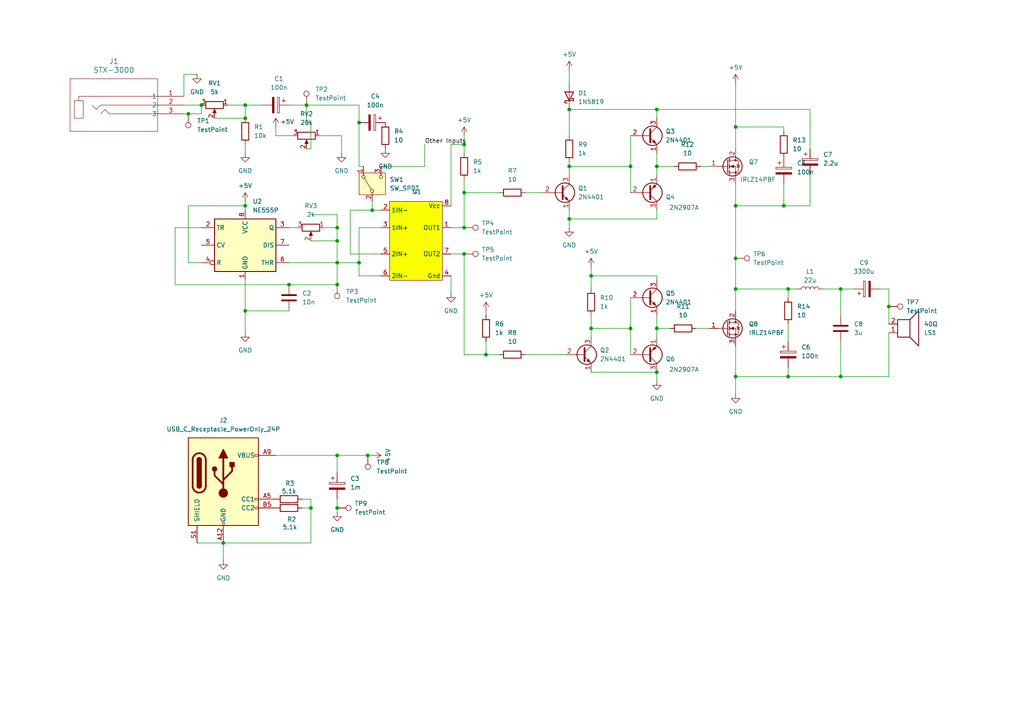
<source format=kicad_sch>
(kicad_sch (version 20250114) (generator "eeschema") (generator_version "9.0")
  (paper "A4")
  (title_block (title "Class D Amplifier") (date "2025-09-22") (rev "01") (company "University of Waterloo"))
  (lib_symbols
    (symbol "Audio Jack ClassD:STX-3000" (pin_names (offset 0.254))
      (property "Reference" "J" (at -20.32 10.16 0))
      (property "Value" "STX-3000" (at -20.32 7.62 0))
      (symbol "STX-3000_0_1"
        (polyline (pts (xy -33.02 5.08) (xy -33.02 -10.16)) (stroke (width 0.127)))
        (polyline (pts (xy -33.02 -10.16) (xy -7.62 -10.16)) (stroke (width 0.127)))
        (polyline (pts (xy -31.75 -1.27) (xy -29.21 -1.27)) (stroke (width 0.127)))
        (polyline (pts (xy -31.75 -6.35) (xy -31.75 -1.27)) (stroke (width 0.127)))
        (polyline (pts (xy -30.48 0) (xy -30.48 -1.27)) (stroke (width 0.127)))
        (polyline (pts (xy -29.21 -1.27) (xy -29.21 -6.35)) (stroke (width 0.127)))
        (polyline (pts (xy -29.21 -6.35) (xy -31.75 -6.35)) (stroke (width 0.127)))
        (polyline (pts (xy -25.4 -3.81) (xy -26.67 -2.54)) (stroke (width 0.127)))
        (polyline (pts (xy -25.4 -3.81) (xy -24.13 -2.54)) (stroke (width 0.127)))
        (polyline (pts (xy -22.86 -3.81) (xy -24.13 -5.08)) (stroke (width 0.127)))
        (polyline (pts (xy -21.59 -5.08) (xy -22.86 -3.81)) (stroke (width 0.127)))
        (polyline (pts (xy -7.62 5.08) (xy -33.02 5.08)) (stroke (width 0.127)))
        (polyline (pts (xy -7.62 0) (xy -30.48 0)) (stroke (width 0.127)))
        (polyline (pts (xy -7.62 -2.54) (xy -24.13 -2.54)) (stroke (width 0.127)))
        (polyline (pts (xy -7.62 -5.08) (xy -21.59 -5.08)) (stroke (width 0.127)))
        (polyline (pts (xy -7.62 -10.16) (xy -7.62 5.08)) (stroke (width 0.127)))
        (pin unspecified line (at 0 0 180) (length 7.62) (name "1") (number "1"))
        (pin unspecified line (at 0 -2.54 180) (length 7.62) (name "2") (number "2"))
        (pin unspecified line (at 0 -5.08 180) (length 7.62) (name "3") (number "3"))
      )
    )
    (symbol "Connector:TestPoint" (pin_numbers (hide yes)) (pin_names (offset 0.762) (hide yes))
      (property "Reference" "TP" (at 0 6.858 0))
      (property "Value" "TestPoint" (at 0 5.08 0))
      (symbol "TestPoint_0_1"
        (circle (center 0 3.302) (radius 0.762))
      )
      (symbol "TestPoint_1_1"
        (pin passive line (at 0 0 90) (length 2.54) (name "1") (number "1"))
      )
    )
    (symbol "Connector:USB_C_Receptacle_PowerOnly_24P" (pin_names (offset 1.016))
      (property "Reference" "J" (at 0 16.51 0))
      (property "Value" "USB_C_Receptacle_PowerOnly_24P" (at 0 13.97 0))
      (symbol "USB_C_Receptacle_PowerOnly_24P_0_0"
        (rectangle (start -0.254 -12.7) (end 0.254 -11.684))
        (rectangle (start 10.16 7.874) (end 9.144 7.366))
        (rectangle (start 10.16 -4.826) (end 9.144 -5.334))
        (rectangle (start 10.16 -7.366) (end 9.144 -7.874))
      )
      (symbol "USB_C_Receptacle_PowerOnly_24P_0_1"
        (rectangle (start -10.16 12.7) (end 10.16 -12.7) (stroke (width 0.254)) (fill (type background)))
        (polyline (pts (xy -8.89 -1.27) (xy -8.89 6.35)) (stroke (width 0.508)))
        (rectangle (start -7.62 -1.27) (end -6.35 6.35) (stroke (width 0.254)) (fill (type outline)))
        (arc (start -7.62 6.35) (mid -6.985 6.9823) (end -6.35 6.35) (stroke (width 0.254)))
        (arc (start -7.62 6.35) (mid -6.985 6.9823) (end -6.35 6.35) (stroke (width 0.254)) (fill (type outline)))
        (arc (start -8.89 6.35) (mid -6.985 8.2467) (end -5.08 6.35) (stroke (width 0.508)))
        (arc (start -5.08 -1.27) (mid -6.985 -3.1667) (end -8.89 -1.27) (stroke (width 0.508)))
        (arc (start -6.35 -1.27) (mid -6.985 -1.9023) (end -7.62 -1.27) (stroke (width 0.254)))
        (arc (start -6.35 -1.27) (mid -6.985 -1.9023) (end -7.62 -1.27) (stroke (width 0.254)) (fill (type outline)))
        (polyline (pts (xy -5.08 6.35) (xy -5.08 -1.27)) (stroke (width 0.508)))
        (circle (center -2.54 3.683) (radius 0.635) (stroke (width 0.254)) (fill (type outline)))
        (polyline (pts (xy -1.27 6.858) (xy 0 9.398) (xy 1.27 6.858) (xy -1.27 6.858)) (stroke (width 0.254)) (fill (type outline)))
        (polyline (pts (xy 0 0.508) (xy 2.54 3.048) (xy 2.54 4.318)) (stroke (width 0.508)))
        (polyline (pts (xy 0 -0.762) (xy -2.54 1.778) (xy -2.54 3.048)) (stroke (width 0.508)))
        (polyline (pts (xy 0 -3.302) (xy 0 6.858)) (stroke (width 0.508)))
        (circle (center 0 -3.302) (radius 1.27) (fill (type outline)))
        (rectangle (start 1.905 4.318) (end 3.175 5.588) (stroke (width 0.254)) (fill (type outline)))
      )
      (symbol "USB_C_Receptacle_PowerOnly_24P_1_1"
        (pin passive line (at -7.62 -17.78 90) (length 5.08) (name "SHIELD") (number "S1"))
        (pin passive line (at 0 -17.78 90) (length 5.08) (hide yes) (name "GND") (number "A1"))
        (pin power_in line (at 0 -17.78 90) (length 5.08) (name "GND") (number "A12"))
        (pin passive line (at 0 -17.78 90) (length 5.08) (hide yes) (name "GND") (number "B1"))
        (pin passive line (at 0 -17.78 90) (length 5.08) (hide yes) (name "GND") (number "B12"))
        (pin passive line (at 15.24 7.62 180) (length 5.08) (hide yes) (name "VBUS") (number "A4"))
        (pin power_in line (at 15.24 7.62 180) (length 5.08) (name "VBUS") (number "A9"))
        (pin passive line (at 15.24 7.62 180) (length 5.08) (hide yes) (name "VBUS") (number "B4"))
        (pin passive line (at 15.24 7.62 180) (length 5.08) (hide yes) (name "VBUS") (number "B9"))
        (pin bidirectional line (at 15.24 -5.08 180) (length 5.08) (name "CC1") (number "A5"))
        (pin bidirectional line (at 15.24 -7.62 180) (length 5.08) (name "CC2") (number "B5"))
      )
    )
    (symbol "Device:C" (pin_numbers (hide yes)) (pin_names (offset 0.254))
      (property "Reference" "C" (at 0.635 2.54 0))
      (property "Value" "C" (at 0.635 -2.54 0))
      (symbol "C_0_1"
        (polyline (pts (xy -2.032 0.762) (xy 2.032 0.762)) (stroke (width 0.508)))
        (polyline (pts (xy -2.032 -0.762) (xy 2.032 -0.762)) (stroke (width 0.508)))
      )
      (symbol "C_1_1"
        (pin passive line (at 0 3.81 270) (length 2.794) (name "~") (number "1"))
        (pin passive line (at 0 -3.81 90) (length 2.794) (name "~") (number "2"))
      )
    )
    (symbol "Device:C_Polarized" (pin_numbers (hide yes)) (pin_names (offset 0.254))
      (property "Reference" "C" (at 0.635 2.54 0))
      (property "Value" "C_Polarized" (at 0.635 -2.54 0))
      (symbol "C_Polarized_0_1"
        (rectangle (start -2.286 0.508) (end 2.286 1.016))
        (polyline (pts (xy -1.778 2.286) (xy -0.762 2.286)))
        (polyline (pts (xy -1.27 2.794) (xy -1.27 1.778)))
        (rectangle (start 2.286 -0.508) (end -2.286 -1.016) (fill (type outline)))
      )
      (symbol "C_Polarized_1_1"
        (pin passive line (at 0 3.81 270) (length 2.794) (name "~") (number "1"))
        (pin passive line (at 0 -3.81 90) (length 2.794) (name "~") (number "2"))
      )
    )
    (symbol "Device:L" (pin_numbers (hide yes)) (pin_names (offset 1.016) (hide yes))
      (property "Reference" "L" (at -1.27 0 90))
      (property "Value" "L" (at 1.905 0 90))
      (symbol "L_0_1"
        (arc (start 0 2.54) (mid 0.6323 1.905) (end 0 1.27))
        (arc (start 0 1.27) (mid 0.6323 0.635) (end 0 0))
        (arc (start 0 0) (mid 0.6323 -0.635) (end 0 -1.27))
        (arc (start 0 -1.27) (mid 0.6323 -1.905) (end 0 -2.54))
      )
      (symbol "L_1_1"
        (pin passive line (at 0 3.81 270) (length 1.27) (name "1") (number "1"))
        (pin passive line (at 0 -3.81 90) (length 1.27) (name "2") (number "2"))
      )
    )
    (symbol "Device:R" (pin_numbers (hide yes)) (pin_names (offset 0))
      (property "Reference" "R" (at 2.032 0 90))
      (property "Value" "R" (at 0 0 90))
      (symbol "R_0_1"
        (rectangle (start -1.016 -2.54) (end 1.016 2.54) (stroke (width 0.254)))
      )
      (symbol "R_1_1"
        (pin passive line (at 0 3.81 270) (length 1.27) (name "~") (number "1"))
        (pin passive line (at 0 -3.81 90) (length 1.27) (name "~") (number "2"))
      )
    )
    (symbol "Device:R_Potentiometer" (pin_names (offset 1.016) (hide yes))
      (property "Reference" "RV" (at -4.445 0 90))
      (property "Value" "R_Potentiometer" (at -2.54 0 90))
      (symbol "R_Potentiometer_0_1"
        (rectangle (start 1.016 2.54) (end -1.016 -2.54) (stroke (width 0.254)))
        (polyline (pts (xy 1.143 0) (xy 2.286 0.508) (xy 2.286 -0.508) (xy 1.143 0)) (fill (type outline)))
        (polyline (pts (xy 2.54 0) (xy 1.524 0)))
      )
      (symbol "R_Potentiometer_1_1"
        (pin passive line (at 0 3.81 270) (length 1.27) (name "1") (number "1"))
        (pin passive line (at 0 -3.81 90) (length 1.27) (name "3") (number "3"))
        (pin passive line (at 3.81 0 180) (length 1.27) (name "2") (number "2"))
      )
    )
    (symbol "Device:Speaker" (pin_names (offset 0) (hide yes))
      (property "Reference" "LS" (at 1.27 5.715 0))
      (property "Value" "Speaker" (at 1.27 3.81 0))
      (symbol "Speaker_0_0"
        (rectangle (start -2.54 1.27) (end 1.016 -3.81) (stroke (width 0.254)))
        (polyline (pts (xy 1.016 1.27) (xy 3.556 3.81) (xy 3.556 -6.35) (xy 1.016 -3.81)) (stroke (width 0.254)))
      )
      (symbol "Speaker_1_1"
        (pin input line (at -5.08 0 0) (length 2.54) (name "1") (number "1"))
        (pin input line (at -5.08 -2.54 0) (length 2.54) (name "2") (number "2"))
      )
    )
    (symbol "Diode:1N5819WS" (pin_numbers (hide yes)) (pin_names (offset 1.016) (hide yes))
      (property "Reference" "D" (at 0 2.54 0))
      (property "Value" "1N5819WS" (at 0 -2.54 0))
      (symbol "1N5819WS_0_1"
        (polyline (pts (xy -1.905 0.635) (xy -1.905 1.27) (xy -1.27 1.27) (xy -1.27 -1.27) (xy -0.635 -1.27) (xy -0.635 -0.635)) (stroke (width 0.254)))
        (polyline (pts (xy 1.27 1.27) (xy 1.27 -1.27) (xy -1.27 0) (xy 1.27 1.27)) (stroke (width 0.254)))
        (polyline (pts (xy 1.27 0) (xy -1.27 0)))
      )
      (symbol "1N5819WS_1_1"
        (pin passive line (at -3.81 0 0) (length 2.54) (name "K") (number "1"))
        (pin passive line (at 3.81 0 180) (length 2.54) (name "A") (number "2"))
      )
    )
    (symbol "LM393 DUAL:LM393_Dual"
      (property "Reference" "LM393" (at 0.254 14.224 0))
      (property "Value" "~" (at 0 13.97 0))
      (symbol "LM393_Dual_1_1"
        (rectangle (start -7.62 11.43) (end 7.62 -11.43) (fill (type color) (color 252 255 0 1)))
        (pin input line (at -10.16 8.89 0) (length 2.54) (name "1IN-") (number "2"))
        (pin input line (at -10.16 3.81 0) (length 2.54) (name "1IN+") (number "3"))
        (pin input line (at -10.16 -3.81 0) (length 2.54) (name "2IN+") (number "5"))
        (pin input line (at -10.16 -10.16 0) (length 2.54) (name "2IN-") (number "6"))
        (pin power_in line (at 10.16 10.16 180) (length 2.54) (name "Vcc") (number "8"))
        (pin output line (at 10.16 3.81 180) (length 2.54) (name "OUT1") (number "1"))
        (pin output line (at 10.16 -3.81 180) (length 2.54) (name "OUT2") (number "7"))
        (pin power_out line (at 10.16 -10.16 180) (length 2.54) (name "Gnd") (number "4"))
      )
    )
    (symbol "Switch:SW_SPDT" (pin_names (offset 0) (hide yes))
      (property "Reference" "SW" (at 0 5.08 0))
      (property "Value" "SW_SPDT" (at 0 -5.08 0))
      (symbol "SW_SPDT_0_1"
        (circle (center -2.032 0) (radius 0.4572))
        (polyline (pts (xy -1.651 0.254) (xy 1.651 2.286)))
        (circle (center 2.032 2.54) (radius 0.4572))
        (circle (center 2.032 -2.54) (radius 0.4572))
      )
      (symbol "SW_SPDT_1_1"
        (rectangle (start -3.175 3.81) (end 3.175 -3.81) (fill (type background)))
        (pin passive line (at -5.08 0 0) (length 2.54) (name "B") (number "2"))
        (pin passive line (at 5.08 2.54 180) (length 2.54) (name "A") (number "1"))
        (pin passive line (at 5.08 -2.54 180) (length 2.54) (name "C") (number "3"))
      )
    )
    (symbol "Timer:NE555P"
      (property "Reference" "U" (at -10.16 8.89 0))
      (property "Value" "NE555P" (at 2.54 8.89 0))
      (symbol "NE555P_0_0"
        (pin power_in line (at 0 10.16 270) (length 2.54) (name "VCC") (number "8"))
        (pin power_in line (at 0 -10.16 90) (length 2.54) (name "GND") (number "1"))
      )
      (symbol "NE555P_0_1"
        (rectangle (start -8.89 -7.62) (end 8.89 7.62) (stroke (width 0.254)) (fill (type background)))
        (rectangle (start -8.89 -7.62) (end 8.89 7.62) (stroke (width 0.254)) (fill (type background)))
      )
      (symbol "NE555P_1_1"
        (pin input line (at -12.7 5.08 0) (length 3.81) (name "TR") (number "2"))
        (pin input line (at -12.7 0 0) (length 3.81) (name "CV") (number "5"))
        (pin input inverted (at -12.7 -5.08 0) (length 3.81) (name "R") (number "4"))
        (pin output line (at 12.7 5.08 180) (length 3.81) (name "Q") (number "3"))
        (pin input line (at 12.7 0 180) (length 3.81) (name "DIS") (number "7"))
        (pin input line (at 12.7 -5.08 180) (length 3.81) (name "THR") (number "6"))
      )
    )
    (symbol "Transistor_BJT:2N3904" (pin_names (offset 0) (hide yes))
      (property "Reference" "Q" (at 5.08 1.905 0))
      (property "Value" "2N3904" (at 5.08 0 0))
      (symbol "2N3904_0_1"
        (polyline (pts (xy -2.54 0) (xy 0.635 0)))
        (polyline (pts (xy 0.635 1.905) (xy 0.635 -1.905)) (stroke (width 0.508)))
        (circle (center 1.27 0) (radius 2.8194) (stroke (width 0.254)))
      )
      (symbol "2N3904_1_1"
        (polyline (pts (xy 0.635 0.635) (xy 2.54 2.54)))
        (polyline (pts (xy 0.635 -0.635) (xy 2.54 -2.54)))
        (polyline (pts (xy 1.27 -1.778) (xy 1.778 -1.27) (xy 2.286 -2.286) (xy 1.27 -1.778)) (fill (type outline)))
        (pin input line (at -5.08 0 0) (length 2.54) (name "B") (number "2"))
        (pin passive line (at 2.54 5.08 270) (length 2.54) (name "C") (number "3"))
        (pin passive line (at 2.54 -5.08 90) (length 2.54) (name "E") (number "1"))
      )
    )
    (symbol "Transistor_BJT:2N3906" (pin_names (offset 0) (hide yes))
      (property "Reference" "Q" (at 5.08 1.905 0))
      (property "Value" "2N3906" (at 5.08 0 0))
      (symbol "2N3906_0_1"
        (polyline (pts (xy -2.54 0) (xy 0.635 0)))
        (polyline (pts (xy 0.635 1.905) (xy 0.635 -1.905)) (stroke (width 0.508)))
        (polyline (pts (xy 0.635 0.635) (xy 2.54 2.54)))
        (polyline (pts (xy 0.635 -0.635) (xy 2.54 -2.54)))
        (circle (center 1.27 0) (radius 2.8194) (stroke (width 0.254)))
        (polyline (pts (xy 2.286 -1.778) (xy 1.778 -2.286) (xy 1.27 -1.27) (xy 2.286 -1.778)) (fill (type outline)))
      )
      (symbol "2N3906_1_1"
        (pin input line (at -5.08 0 0) (length 2.54) (name "B") (number "2"))
        (pin passive line (at 2.54 5.08 270) (length 2.54) (name "C") (number "3"))
        (pin passive line (at 2.54 -5.08 90) (length 2.54) (name "E") (number "1"))
      )
    )
    (symbol "Transistor_FET:IRF540N" (pin_names (hide yes))
      (property "Reference" "Q" (at 5.08 1.905 0))
      (property "Value" "IRF540N" (at 5.08 0 0))
      (symbol "IRF540N_0_1"
        (polyline (pts (xy 0.254 1.905) (xy 0.254 -1.905)) (stroke (width 0.254)))
        (polyline (pts (xy 0.254 0) (xy -2.54 0)))
        (polyline (pts (xy 0.762 2.286) (xy 0.762 1.27)) (stroke (width 0.254)))
        (polyline (pts (xy 0.762 0.508) (xy 0.762 -0.508)) (stroke (width 0.254)))
        (polyline (pts (xy 0.762 -1.27) (xy 0.762 -2.286)) (stroke (width 0.254)))
        (polyline (pts (xy 0.762 -1.778) (xy 3.302 -1.778) (xy 3.302 1.778) (xy 0.762 1.778)))
        (polyline (pts (xy 1.016 0) (xy 2.032 0.381) (xy 2.032 -0.381) (xy 1.016 0)) (fill (type outline)))
        (circle (center 1.651 0) (radius 2.794) (stroke (width 0.254)))
        (polyline (pts (xy 2.54 2.54) (xy 2.54 1.778)))
        (circle (center 2.54 1.778) (radius 0.254) (fill (type outline)))
        (circle (center 2.54 -1.778) (radius 0.254) (fill (type outline)))
        (polyline (pts (xy 2.54 -2.54) (xy 2.54 0) (xy 0.762 0)))
        (polyline (pts (xy 2.794 0.508) (xy 2.921 0.381) (xy 3.683 0.381) (xy 3.81 0.254)))
        (polyline (pts (xy 3.302 0.381) (xy 2.921 -0.254) (xy 3.683 -0.254) (xy 3.302 0.381)))
      )
      (symbol "IRF540N_1_1"
        (pin input line (at -5.08 0 0) (length 2.54) (name "G") (number "1"))
        (pin passive line (at 2.54 5.08 270) (length 2.54) (name "D") (number "2"))
        (pin passive line (at 2.54 -5.08 90) (length 2.54) (name "S") (number "3"))
      )
    )
    (symbol "power:+5V" (power) (pin_numbers (hide yes)) (pin_names (offset 0) (hide yes))
      (property "Value" "+5V" (at 0 3.556 0))
      (symbol "+5V_0_1"
        (polyline (pts (xy -0.762 1.27) (xy 0 2.54)))
        (polyline (pts (xy 0 2.54) (xy 0.762 1.27)))
        (polyline (pts (xy 0 0) (xy 0 2.54)))
      )
      (symbol "+5V_1_1"
        (pin power_in line (at 0 0 90) (length 0) (name "~") (number "1"))
      )
    )
    (symbol "power:GND" (power) (pin_numbers (hide yes)) (pin_names (offset 0) (hide yes))
      (property "Value" "GND" (at 0 -3.81 0))
      (symbol "GND_0_1"
        (polyline (pts (xy 0 0) (xy 0 -1.27) (xy 1.27 -1.27) (xy 0 -2.54) (xy -1.27 -1.27) (xy 0 -1.27)))
      )
      (symbol "GND_1_1"
        (pin power_in line (at 0 0 270) (length 0) (name "~") (number "1"))
      )
    )
  )
  (junction (at 190.5 48.26))
  (junction (at 104.14 35.56))
  (junction (at 71.12 34.29))
  (junction (at 228.6 83.82))
  (junction (at 64.77 157.48))
  (junction (at 97.79 69.85))
  (junction (at 97.79 76.2))
  (junction (at 134.62 55.88))
  (junction (at 190.5 31.75))
  (junction (at 228.6 109.22))
  (junction (at 171.45 95.25))
  (junction (at 97.79 147.32))
  (junction (at 134.62 41.91))
  (junction (at 58.42 30.48))
  (junction (at 71.12 90.17))
  (junction (at 165.1 31.75))
  (junction (at 140.97 102.87))
  (junction (at 213.36 36.83))
  (junction (at 190.5 95.25))
  (junction (at 71.12 30.48))
  (junction (at 106.68 132.08))
  (junction (at 107.95 60.96))
  (junction (at 190.5 107.95))
  (junction (at 104.14 76.2))
  (junction (at 213.36 109.22))
  (junction (at 171.45 80.01))
  (junction (at 182.88 95.25))
  (junction (at 213.36 74.93))
  (junction (at 213.36 59.69))
  (junction (at 213.36 83.82))
  (junction (at 165.1 63.5))
  (junction (at 257.81 88.9))
  (junction (at 134.62 73.66))
  (junction (at 83.82 82.55))
  (junction (at 165.1 48.26))
  (junction (at 243.84 83.82))
  (junction (at 227.33 59.69))
  (junction (at 88.9 30.48))
  (junction (at 134.62 66.04))
  (junction (at 97.79 82.55))
  (junction (at 90.17 147.32))
  (junction (at 243.84 109.22))
  (junction (at 71.12 59.69))
  (junction (at 182.88 48.26))
  (junction (at 54.61 33.02))
  (junction (at 97.79 66.04))
  (junction (at 97.79 132.08))
  (wire (pts (xy 104.14 66.04) (xy 110.49 66.04)))
  (wire (pts (xy 140.97 90.17) (xy 140.97 91.44)))
  (wire (pts (xy 97.79 132.08) (xy 106.68 132.08)))
  (wire (pts (xy 228.6 109.22) (xy 243.84 109.22)))
  (wire (pts (xy 134.62 55.88) (xy 144.78 55.88)))
  (wire (pts (xy 243.84 109.22) (xy 257.81 109.22)))
  (wire (pts (xy 53.34 21.59) (xy 57.15 21.59)))
  (wire (pts (xy 213.36 83.82) (xy 228.6 83.82)))
  (wire (pts (xy 101.6 73.66) (xy 110.49 73.66)))
  (wire (pts (xy 190.5 91.44) (xy 190.5 95.25)))
  (wire (pts (xy 54.61 76.2) (xy 54.61 59.69)))
  (wire (pts (xy 50.8 66.04) (xy 50.8 82.55)))
  (wire (pts (xy 97.79 147.32) (xy 97.79 148.59)))
  (wire (pts (xy 54.61 59.69) (xy 71.12 59.69)))
  (wire (pts (xy 110.49 48.26) (xy 123.19 48.26)))
  (wire (pts (xy 88.9 35.56) (xy 88.9 30.48)))
  (wire (pts (xy 104.14 80.01) (xy 110.49 80.01)))
  (wire (pts (xy 234.95 59.69) (xy 227.33 59.69)))
  (wire (pts (xy 201.93 95.25) (xy 205.74 95.25)))
  (wire (pts (xy 80.01 132.08) (xy 97.79 132.08)))
  (wire (pts (xy 228.6 93.98) (xy 228.6 99.06)))
  (wire (pts (xy 165.1 60.96) (xy 165.1 63.5)))
  (wire (pts (xy 101.6 60.96) (xy 107.95 60.96)))
  (wire (pts (xy 71.12 58.42) (xy 71.12 59.69)))
  (wire (pts (xy 134.62 55.88) (xy 134.62 52.07)))
  (wire (pts (xy 190.5 48.26) (xy 190.5 50.8)))
  (wire (pts (xy 107.95 60.96) (xy 110.49 60.96)))
  (wire (pts (xy 134.62 73.66) (xy 134.62 102.87)))
  (wire (pts (xy 228.6 83.82) (xy 228.6 86.36)))
  (wire (pts (xy 190.5 31.75) (xy 190.5 34.29)))
  (wire (pts (xy 165.1 48.26) (xy 182.88 48.26)))
  (wire (pts (xy 227.33 38.1) (xy 227.33 36.83)))
  (wire (pts (xy 190.5 44.45) (xy 190.5 48.26)))
  (wire (pts (xy 190.5 110.49) (xy 190.5 107.95)))
  (wire (pts (xy 106.68 132.08) (xy 107.95 132.08)))
  (wire (pts (xy 165.1 20.32) (xy 165.1 24.13)))
  (wire (pts (xy 64.77 157.48) (xy 64.77 162.56)))
  (wire (pts (xy 53.34 30.48) (xy 58.42 30.48)))
  (wire (pts (xy 257.81 96.52) (xy 257.81 109.22)))
  (wire (pts (xy 50.8 82.55) (xy 83.82 82.55)))
  (wire (pts (xy 53.34 27.94) (xy 53.34 21.59)))
  (wire (pts (xy 171.45 107.95) (xy 190.5 107.95)))
  (wire (pts (xy 99.06 39.37) (xy 99.06 44.45)))
  (wire (pts (xy 228.6 83.82) (xy 231.14 83.82)))
  (wire (pts (xy 234.95 43.18) (xy 234.95 31.75)))
  (wire (pts (xy 182.88 48.26) (xy 182.88 55.88)))
  (wire (pts (xy 134.62 66.04) (xy 134.62 55.88)))
  (wire (pts (xy 97.79 76.2) (xy 104.14 76.2)))
  (wire (pts (xy 130.81 41.91) (xy 130.81 59.69)))
  (wire (pts (xy 213.36 109.22) (xy 228.6 109.22)))
  (wire (pts (xy 195.58 48.26) (xy 190.5 48.26)))
  (wire (pts (xy 190.5 95.25) (xy 190.5 97.79)))
  (wire (pts (xy 88.9 30.48) (xy 83.82 30.48)))
  (wire (pts (xy 101.6 60.96) (xy 101.6 73.66)))
  (wire (pts (xy 257.81 88.9) (xy 257.81 93.98)))
  (wire (pts (xy 171.45 80.01) (xy 171.45 83.82)))
  (wire (pts (xy 104.14 35.56) (xy 104.14 48.26)))
  (wire (pts (xy 213.36 59.69) (xy 213.36 74.93)))
  (wire (pts (xy 165.1 39.37) (xy 165.1 31.75)))
  (wire (pts (xy 87.63 147.32) (xy 90.17 147.32)))
  (wire (pts (xy 104.14 76.2) (xy 104.14 80.01)))
  (wire (pts (xy 255.27 83.82) (xy 257.81 83.82)))
  (wire (pts (xy 123.19 41.91) (xy 123.19 48.26)))
  (wire (pts (xy 165.1 31.75) (xy 190.5 31.75)))
  (wire (pts (xy 90.17 147.32) (xy 90.17 157.48)))
  (wire (pts (xy 152.4 55.88) (xy 157.48 55.88)))
  (wire (pts (xy 104.14 66.04) (xy 104.14 76.2)))
  (wire (pts (xy 243.84 83.82) (xy 247.65 83.82)))
  (wire (pts (xy 165.1 63.5) (xy 165.1 66.04)))
  (wire (pts (xy 171.45 97.79) (xy 171.45 95.25)))
  (wire (pts (xy 130.81 73.66) (xy 134.62 73.66)))
  (wire (pts (xy 243.84 83.82) (xy 238.76 83.82)))
  (wire (pts (xy 152.4 102.87) (xy 163.83 102.87)))
  (wire (pts (xy 80.01 36.83) (xy 80.01 39.37)))
  (wire (pts (xy 213.36 100.33) (xy 213.36 109.22)))
  (wire (pts (xy 62.23 34.29) (xy 71.12 34.29)))
  (wire (pts (xy 58.42 66.04) (xy 50.8 66.04)))
  (wire (pts (xy 227.33 36.83) (xy 213.36 36.83)))
  (wire (pts (xy 80.01 39.37) (xy 85.09 39.37)))
  (wire (pts (xy 83.82 82.55) (xy 97.79 82.55)))
  (wire (pts (xy 190.5 80.01) (xy 190.5 81.28)))
  (wire (pts (xy 182.88 86.36) (xy 182.88 95.25)))
  (wire (pts (xy 134.62 102.87) (xy 140.97 102.87)))
  (wire (pts (xy 165.1 63.5) (xy 190.5 63.5)))
  (wire (pts (xy 182.88 39.37) (xy 182.88 48.26)))
  (wire (pts (xy 97.79 66.04) (xy 97.79 69.85)))
  (wire (pts (xy 83.82 66.04) (xy 86.36 66.04)))
  (wire (pts (xy 97.79 62.23) (xy 97.79 66.04)))
  (wire (pts (xy 213.36 53.34) (xy 213.36 59.69)))
  (wire (pts (xy 97.79 132.08) (xy 97.79 137.16)))
  (wire (pts (xy 213.36 36.83) (xy 213.36 43.18)))
  (wire (pts (xy 171.45 77.47) (xy 171.45 80.01)))
  (wire (pts (xy 58.42 76.2) (xy 54.61 76.2)))
  (wire (pts (xy 182.88 95.25) (xy 182.88 102.87)))
  (wire (pts (xy 88.9 43.18) (xy 90.17 43.18)))
  (wire (pts (xy 140.97 99.06) (xy 140.97 102.87)))
  (wire (pts (xy 213.36 24.13) (xy 213.36 36.83)))
  (wire (pts (xy 134.62 39.37) (xy 134.62 41.91)))
  (wire (pts (xy 71.12 30.48) (xy 71.12 34.29)))
  (wire (pts (xy 104.14 48.26) (xy 105.41 48.26)))
  (wire (pts (xy 228.6 106.68) (xy 228.6 109.22)))
  (wire (pts (xy 257.81 83.82) (xy 257.81 88.9)))
  (wire (pts (xy 213.36 83.82) (xy 213.36 90.17)))
  (wire (pts (xy 243.84 83.82) (xy 243.84 91.44)))
  (wire (pts (xy 71.12 30.48) (xy 76.2 30.48)))
  (wire (pts (xy 234.95 50.8) (xy 234.95 59.69)))
  (wire (pts (xy 57.15 157.48) (xy 64.77 157.48)))
  (wire (pts (xy 90.17 69.85) (xy 97.79 69.85)))
  (wire (pts (xy 93.98 66.04) (xy 97.79 66.04)))
  (wire (pts (xy 107.95 58.42) (xy 107.95 60.96)))
  (wire (pts (xy 213.36 109.22) (xy 213.36 114.3)))
  (wire (pts (xy 171.45 95.25) (xy 182.88 95.25)))
  (wire (pts (xy 171.45 91.44) (xy 171.45 95.25)))
  (wire (pts (xy 171.45 80.01) (xy 190.5 80.01)))
  (wire (pts (xy 54.61 33.02) (xy 58.42 33.02)))
  (wire (pts (xy 90.17 147.32) (xy 90.17 144.78)))
  (wire (pts (xy 92.71 39.37) (xy 99.06 39.37)))
  (wire (pts (xy 134.62 41.91) (xy 130.81 41.91)))
  (wire (pts (xy 71.12 41.91) (xy 71.12 44.45)))
  (wire (pts (xy 87.63 144.78) (xy 90.17 144.78)))
  (wire (pts (xy 227.33 59.69) (xy 213.36 59.69)))
  (wire (pts (xy 130.81 85.09) (xy 130.81 80.01)))
  (wire (pts (xy 243.84 99.06) (xy 243.84 109.22)))
  (wire (pts (xy 190.5 95.25) (xy 194.31 95.25)))
  (wire (pts (xy 88.9 30.48) (xy 104.14 30.48)))
  (wire (pts (xy 71.12 81.28) (xy 71.12 90.17)))
  (wire (pts (xy 104.14 30.48) (xy 104.14 35.56)))
  (wire (pts (xy 53.34 33.02) (xy 54.61 33.02)))
  (wire (pts (xy 97.79 76.2) (xy 97.79 82.55)))
  (wire (pts (xy 66.04 30.48) (xy 71.12 30.48)))
  (wire (pts (xy 205.74 48.26) (xy 203.2 48.26)))
  (wire (pts (xy 71.12 90.17) (xy 83.82 90.17)))
  (wire (pts (xy 165.1 48.26) (xy 165.1 50.8)))
  (wire (pts (xy 227.33 53.34) (xy 227.33 59.69)))
  (wire (pts (xy 190.5 63.5) (xy 190.5 60.96)))
  (wire (pts (xy 90.17 43.18) (xy 90.17 35.56)))
  (wire (pts (xy 97.79 69.85) (xy 97.79 76.2)))
  (wire (pts (xy 97.79 144.78) (xy 97.79 147.32)))
  (wire (pts (xy 213.36 74.93) (xy 213.36 83.82)))
  (wire (pts (xy 64.77 157.48) (xy 90.17 157.48)))
  (wire (pts (xy 140.97 102.87) (xy 144.78 102.87)))
  (wire (pts (xy 58.42 33.02) (xy 58.42 30.48)))
  (wire (pts (xy 190.5 31.75) (xy 234.95 31.75)))
  (wire (pts (xy 90.17 62.23) (xy 97.79 62.23)))
  (wire (pts (xy 71.12 59.69) (xy 71.12 60.96)))
  (wire (pts (xy 165.1 46.99) (xy 165.1 48.26)))
  (wire (pts (xy 134.62 41.91) (xy 134.62 44.45)))
  (wire (pts (xy 130.81 66.04) (xy 134.62 66.04)))
  (wire (pts (xy 90.17 35.56) (xy 88.9 35.56)))
  (wire (pts (xy 83.82 76.2) (xy 97.79 76.2)))
  (wire (pts (xy 71.12 90.17) (xy 71.12 96.52)))
  (label "Other Inputs" (at 123.19 41.91 0))
  (symbol (lib_id "power:+5V") (at 213.36 24.13 0) (unit 1)
    (property "Reference" "#PWR018" (effects (hide yes)))
    (property "Value" "+5V" (at 213.36 19.558 0))
    (property "Description" "Power symbol creates a global label with name \"+5V\"" (effects (hide yes)))
  )
  (symbol (lib_id "Device:C_Polarized") (at 234.95 46.99 0) (unit 1)
    (property "Reference" "C7" (at 238.76 44.8309 0) (effects (justify left)))
    (property "Value" "2.2u" (at 238.76 47.3709 0) (effects (justify left)))
    (property "Footprint" "PCM_Capacitor_THT_AKL:C_Rect_L19.0mm_W11.0mm_P15.00mm_MKS4" (effects (hide yes)))
    (property "Description" "Polarized capacitor" (effects (hide yes)))
  )
  (symbol (lib_id "power:GND") (at 111.76 43.18 0) (unit 1)
    (property "Reference" "#PWR010" (effects (hide yes)))
    (property "Value" "GND" (at 111.76 48.26 0))
    (property "Description" "Power symbol creates a global label with name \"GND\" , ground" (effects (hide yes)))
  )
  (symbol (lib_id "Device:C_Polarized") (at 227.33 49.53 0) (unit 1)
    (property "Reference" "C5" (at 231.14 47.3709 0) (effects (justify left)))
    (property "Value" "100n" (at 231.14 49.9109 0) (effects (justify left)))
    (property "Footprint" "PCM_Capacitor_THT_AKL:C_Disc_D5.0mm_W2.5mm_P5.00mm" (effects (hide yes)))
    (property "Description" "Polarized capacitor" (effects (hide yes)))
  )
  (symbol (lib_id "Device:R") (at 148.59 55.88 270) (unit 1)
    (property "Reference" "R7" (at 148.59 49.53 90))
    (property "Value" "10" (at 148.59 52.07 90))
    (property "Footprint" "PCM_Resistor_THT_US_AKL:R_Axial_DIN0411_L9.9mm_D3.6mm_P15.24mm_Horizontal" (effects (hide yes)))
    (property "Description" "Resistor" (effects (hide yes)))
  )
  (symbol (lib_id "power:GND") (at 213.36 114.3 0) (unit 1)
    (property "Reference" "#PWR019" (effects (hide yes)))
    (property "Value" "GND" (at 213.36 119.38 0))
    (property "Description" "Power symbol creates a global label with name \"GND\" , ground" (effects (hide yes)))
  )
  (symbol (lib_id "Device:R") (at 134.62 48.26 0) (unit 1)
    (property "Reference" "R5" (at 137.16 46.9899 0) (effects (justify left)))
    (property "Value" "1k" (at 137.16 49.5299 0) (effects (justify left)))
    (property "Footprint" "PCM_Resistor_THT_US_AKL:R_Axial_DIN0309_L9.0mm_D3.2mm_P12.70mm_Horizontal" (effects (hide yes)))
    (property "Description" "Resistor" (effects (hide yes)))
  )
  (symbol (lib_id "Connector:TestPoint") (at 213.36 74.93 270) (unit 1)
    (property "Reference" "TP6" (at 218.44 73.6599 90) (effects (justify left)))
    (property "Value" "TestPoint" (at 218.44 76.1999 90) (effects (justify left)))
    (property "Footprint" "TestPoint:TestPoint_Keystone_5010-5014_Multipurpose" (effects (hide yes)))
    (property "Description" "test point" (effects (hide yes)))
  )
  (symbol (lib_id "Connector:TestPoint") (at 97.79 82.55 180) (unit 1)
    (property "Reference" "TP3" (at 100.33 84.5819 0) (effects (justify right)))
    (property "Value" "TestPoint" (at 100.33 87.1219 0) (effects (justify right)))
    (property "Footprint" "TestPoint:TestPoint_Keystone_5010-5014_Multipurpose" (effects (hide yes)))
    (property "Description" "test point" (effects (hide yes)))
  )
  (symbol (lib_id "power:GND") (at 64.77 162.56 0) (unit 1)
    (property "Reference" "#PWR02" (effects (hide yes)))
    (property "Value" "GND" (at 64.77 167.64 0))
    (property "Description" "Power symbol creates a global label with name \"GND\" , ground" (effects (hide yes)))
  )
  (symbol (lib_id "Device:C_Polarized") (at 80.01 30.48 270) (unit 1)
    (property "Reference" "C1" (at 80.899 22.86 90))
    (property "Value" "100n" (at 80.899 25.4 90))
    (property "Footprint" "PCM_Capacitor_THT_AKL:C_Disc_D5.0mm_W2.5mm_P5.00mm" (effects (hide yes)))
    (property "Description" "Polarized capacitor" (effects (hide yes)))
  )
  (symbol (lib_id "Timer:NE555P") (at 71.12 71.12 0) (unit 1)
    (property "Reference" "U2" (at 73.2633 58.42 0) (effects (justify left)))
    (property "Value" "NE555P" (at 73.2633 60.96 0) (effects (justify left)))
    (property "Footprint" "Class D:TLC555CP" (effects (hide yes)))
    (property "Datasheet" "http://www.ti.com/lit/ds/symlink/ne555.pdf" (effects (hide yes)))
    (property "Description" "Precision Timers, 555 compatible,  PDIP-8" (effects (hide yes)))
  )
  (symbol (lib_id "Device:R_Potentiometer") (at 88.9 39.37 270) (unit 1)
    (property "Reference" "RV2" (at 88.9 33.02 90))
    (property "Value" "20k" (at 88.9 35.56 90))
    (property "Footprint" "PCM_Potentiometer_THT_US_AKL:Potentiometer_Bourns_3296W_Vertical" (effects (hide yes)))
    (property "Datasheet" "https://www.bourns.com/docs/product-datasheets/3296.pdf" (effects (hide yes)))
    (property "Description" "Potentiometer" (effects (hide yes)))
  )
  (symbol (lib_id "power:GND") (at 130.81 85.09 0) (unit 1)
    (property "Reference" "#PWR011" (effects (hide yes)))
    (property "Value" "GND" (at 130.81 90.17 0))
    (property "Description" "Power symbol creates a global label with name \"GND\" , ground" (effects (hide yes)))
  )
  (symbol (lib_id "Device:L") (at 234.95 83.82 90) (unit 1)
    (property "Reference" "L1" (at 234.95 78.74 90))
    (property "Value" "22u" (at 234.95 81.28 90))
    (property "Footprint" "Class D:IND_BOURNS_RLB0912" (effects (hide yes)))
    (property "Description" "Inductor" (effects (hide yes)))
  )
  (symbol (lib_id "Transistor_BJT:2N3904") (at 187.96 86.36 0) (unit 1)
    (property "Reference" "Q5" (at 193.04 85.0899 0) (effects (justify left)))
    (property "Value" "2N4401" (at 193.04 87.6299 0) (effects (justify left)))
    (property "Footprint" "Class D:NPN_Schematic" (effects (hide yes)))
    (property "Datasheet" "https://diotec.com/request/datasheet/2n4401.pdf" (effects (hide yes)))
  )
  (symbol (lib_id "Transistor_BJT:2N3906") (at 187.96 102.87 0) (mirror x) (unit 1)
    (property "Reference" "Q6" (at 193.04 104.1401 0) (effects (justify left)))
    (property "Value" "2N2907A" (at 194.056 107.188 0) (effects (justify left)))
    (property "Footprint" "Class D:PNP_Schematic" (effects (hide yes)))
    (property "Datasheet" "https://diotec.com/request/datasheet/2n2907a.pdf" (effects (hide yes)))
  )
  (symbol (lib_id "Transistor_FET:IRF540N") (at 210.82 48.26 0) (unit 1)
    (property "Reference" "Q7" (at 217.17 46.9899 0) (effects (justify left)))
    (property "Value" "IRLZ14PBF" (at 214.63 52.07 0) (effects (justify left)))
    (property "Footprint" "Class D:NMOS Schematic" (effects (hide yes)))
    (property "Datasheet" "https://www.vishay.com/docs/91325/irlz14.pdf" (effects (hide yes)))
    (property "Description" "NMOS" (effects (hide yes)))
  )
  (symbol (lib_id "power:GND") (at 57.15 21.59 0) (unit 1)
    (property "Reference" "#PWR01" (effects (hide yes)))
    (property "Value" "GND" (at 57.15 26.67 0))
    (property "Description" "Power symbol creates a global label with name \"GND\" , ground" (effects (hide yes)))
  )
  (symbol (lib_id "LM393 DUAL:LM393_Dual") (at 120.65 69.85 0) (unit 1)
    (property "Reference" "U1" (at 120.904 55.626 0))
    (property "Value" "~" (at 120.65 55.88 0))
    (property "Footprint" "Class D:LM393" (effects (hide yes)))
  )
  (symbol (lib_id "Device:R") (at 165.1 43.18 0) (unit 1)
    (property "Reference" "R9" (at 167.64 41.9099 0) (effects (justify left)))
    (property "Value" "1k" (at 167.64 44.4499 0) (effects (justify left)))
    (property "Footprint" "PCM_Resistor_THT_US_AKL:R_Axial_DIN0309_L9.0mm_D3.2mm_P12.70mm_Horizontal" (effects (hide yes)))
    (property "Description" "Resistor" (effects (hide yes)))
  )
  (symbol (lib_id "Connector:TestPoint") (at 97.79 147.32 270) (unit 1)
    (property "Reference" "TP9" (at 102.87 146.0499 90) (effects (justify left)))
    (property "Value" "TestPoint" (at 102.87 148.5899 90) (effects (justify left)))
    (property "Footprint" "TestPoint:TestPoint_Keystone_5010-5014_Multipurpose" (effects (hide yes)))
    (property "Description" "test point" (effects (hide yes)))
  )
  (symbol (lib_id "power:+5V") (at 107.95 132.08 270) (unit 1)
    (property "Reference" "#PWR09" (effects (hide yes)))
    (property "Value" "+5V" (at 112.522 132.08 0))
    (property "Description" "Power symbol creates a global label with name \"+5V\"" (effects (hide yes)))
  )
  (symbol (lib_id "power:+5V") (at 171.45 77.47 0) (unit 1)
    (property "Reference" "#PWR016" (effects (hide yes)))
    (property "Value" "+5V" (at 171.45 72.898 0))
    (property "Description" "Power symbol creates a global label with name \"+5V\"" (effects (hide yes)))
  )
  (symbol (lib_id "Connector:TestPoint") (at 106.68 132.08 180) (unit 1)
    (property "Reference" "TP8" (at 109.22 134.1119 0) (effects (justify right)))
    (property "Value" "TestPoint" (at 109.22 136.6519 0) (effects (justify right)))
    (property "Footprint" "TestPoint:TestPoint_Keystone_5010-5014_Multipurpose" (effects (hide yes)))
    (property "Description" "test point" (effects (hide yes)))
  )
  (symbol (lib_id "Transistor_BJT:2N3904") (at 168.91 102.87 0) (unit 1)
    (property "Reference" "Q2" (at 173.99 101.5999 0) (effects (justify left)))
    (property "Value" "2N4401" (at 173.99 104.1399 0) (effects (justify left)))
    (property "Footprint" "Class D:NPN_Schematic" (effects (hide yes)))
    (property "Datasheet" "https://diotec.com/request/datasheet/2n4401.pdf" (effects (hide yes)))
  )
  (symbol (lib_id "power:+5V") (at 140.97 90.17 0) (unit 1)
    (property "Reference" "#PWR013" (effects (hide yes)))
    (property "Value" "+5V" (at 140.97 85.598 0))
    (property "Description" "Power symbol creates a global label with name \"+5V\"" (effects (hide yes)))
  )
  (symbol (lib_id "Device:Speaker") (at 262.89 96.52 0) (mirror x) (unit 1)
    (property "Reference" "LS1" (at 267.97 96.5201 0) (effects (justify left)))
    (property "Value" "40Ω" (at 267.97 93.9801 0) (effects (justify left)))
    (property "Footprint" "Class D:691137710002" (effects (hide yes)))
    (property "Description" "Speaker" (effects (hide yes)))
  )
  (symbol (lib_id "Switch:SW_SPDT") (at 107.95 53.34 90) (unit 1)
    (property "Reference" "SW1" (at 113.03 52.0699 90) (effects (justify right)))
    (property "Value" "SW_SPDT" (at 113.03 54.6099 90) (effects (justify right)))
    (property "Footprint" "Class D:PinHeader_1x03_P2.54mm_Vertical" (effects (hide yes)))
    (property "Description" "Switch, single pole double throw" (effects (hide yes)))
  )
  (symbol (lib_id "power:+5V") (at 165.1 20.32 0) (unit 1)
    (property "Reference" "#PWR014" (effects (hide yes)))
    (property "Value" "+5V" (at 165.1 15.748 0))
    (property "Description" "Power symbol creates a global label with name \"+5V\"" (effects (hide yes)))
  )
  (symbol (lib_id "Device:C_Polarized") (at 251.46 83.82 90) (unit 1)
    (property "Reference" "C9" (at 250.571 76.2 90))
    (property "Value" "3300u" (at 250.571 78.74 90))
    (property "Footprint" "Class D:CAP_PK&slash_PZ_12P5X20_LOW_RUB" (effects (hide yes)))
    (property "Description" "Polarized capacitor" (effects (hide yes)))
  )
  (symbol (lib_id "power:GND") (at 71.12 96.52 0) (unit 1)
    (property "Reference" "#PWR05" (effects (hide yes)))
    (property "Value" "GND" (at 71.12 101.6 0))
    (property "Description" "Power symbol creates a global label with name \"GND\" , ground" (effects (hide yes)))
  )
  (symbol (lib_id "power:GND") (at 165.1 66.04 0) (unit 1)
    (property "Reference" "#PWR015" (effects (hide yes)))
    (property "Value" "GND" (at 165.1 71.12 0))
    (property "Description" "Power symbol creates a global label with name \"GND\" , ground" (effects (hide yes)))
  )
  (symbol (lib_id "Device:R") (at 83.82 144.78 90) (unit 1)
    (property "Reference" "R2" (at 84.582 150.622 90))
    (property "Value" "5.1k" (at 83.82 142.494 90))
    (property "Footprint" "PCM_Resistor_THT_US_AKL:R_Axial_DIN0207_L6.3mm_D2.5mm_P10.16mm_Horizontal" (effects (hide yes)))
    (property "Description" "Resistor" (effects (hide yes)))
  )
  (symbol (lib_id "Device:R_Potentiometer") (at 90.17 66.04 270) (unit 1)
    (property "Reference" "RV3" (at 90.17 59.69 90))
    (property "Value" "2k" (at 90.17 62.23 90))
    (property "Footprint" "PCM_Potentiometer_THT_US_AKL:Potentiometer_Bourns_3296W_Vertical" (effects (hide yes)))
    (property "Datasheet" "https://www.bourns.com/docs/product-datasheets/3296.pdf" (effects (hide yes)))
    (property "Description" "Potentiometer" (effects (hide yes)))
  )
  (symbol (lib_id "Device:C_Polarized") (at 228.6 102.87 0) (unit 1)
    (property "Reference" "C6" (at 232.41 100.7109 0) (effects (justify left)))
    (property "Value" "100n" (at 232.41 103.2509 0) (effects (justify left)))
    (property "Footprint" "PCM_Capacitor_THT_AKL:C_Disc_D5.0mm_W2.5mm_P5.00mm" (effects (hide yes)))
    (property "Description" "Polarized capacitor" (effects (hide yes)))
  )
  (symbol (lib_id "Audio Jack ClassD:STX-3000") (at 53.34 27.94 0) (unit 1)
    (property "Reference" "J1" (at 33.02 17.78 0) (effects (font (size 1.524 1.524))))
    (property "Value" "STX-3000" (at 33.02 20.32 0) (effects (font (size 1.524 1.524))))
    (property "Footprint" "Class D:STX-3000_KYC" (effects (hide yes)))
    (property "Datasheet" "https://www.kycon.com/Pub_Eng_Draw/STX-3000.pdf" (effects (hide yes)))
  )
  (symbol (lib_id "Connector:TestPoint") (at 257.81 88.9 270) (unit 1)
    (property "Reference" "TP7" (at 262.89 87.6299 90) (effects (justify left)))
    (property "Value" "TestPoint" (at 262.89 90.1699 90) (effects (justify left)))
    (property "Footprint" "TestPoint:TestPoint_Keystone_5010-5014_Multipurpose" (effects (hide yes)))
    (property "Description" "test point" (effects (hide yes)))
  )
  (symbol (lib_id "Device:R") (at 227.33 41.91 180) (unit 1)
    (property "Reference" "R13" (at 229.87 40.6399 0) (effects (justify right)))
    (property "Value" "10" (at 229.87 43.1799 0) (effects (justify right)))
    (property "Footprint" "PCM_Resistor_THT_US_AKL:R_Axial_DIN0411_L9.9mm_D3.6mm_P15.24mm_Horizontal" (effects (hide yes)))
    (property "Description" "Resistor" (effects (hide yes)))
  )
  (symbol (lib_id "Device:R") (at 228.6 90.17 180) (unit 1)
    (property "Reference" "R14" (at 231.14 88.8999 0) (effects (justify right)))
    (property "Value" "10" (at 231.14 91.4399 0) (effects (justify right)))
    (property "Footprint" "PCM_Resistor_THT_US_AKL:R_Axial_DIN0411_L9.9mm_D3.6mm_P15.24mm_Horizontal" (effects (hide yes)))
    (property "Description" "Resistor" (effects (hide yes)))
  )
  (symbol (lib_id "power:+5V") (at 80.01 36.83 0) (unit 1)
    (property "Reference" "#PWR06" (effects (hide yes)))
    (property "Value" "+5V" (at 83.312 35.306 0))
    (property "Description" "Power symbol creates a global label with name \"+5V\"" (effects (hide yes)))
  )
  (symbol (lib_id "Transistor_BJT:2N3904") (at 187.96 39.37 0) (unit 1)
    (property "Reference" "Q3" (at 193.04 38.0999 0) (effects (justify left)))
    (property "Value" "2N4401" (at 193.04 40.6399 0) (effects (justify left)))
    (property "Footprint" "Class D:NPN_Schematic" (effects (hide yes)))
    (property "Datasheet" "https://diotec.com/request/datasheet/2n4401.pdf" (effects (hide yes)))
  )
  (symbol (lib_id "Connector:TestPoint") (at 134.62 73.66 270) (unit 1)
    (property "Reference" "TP5" (at 139.7 72.3899 90) (effects (justify left)))
    (property "Value" "TestPoint" (at 139.7 74.9299 90) (effects (justify left)))
    (property "Footprint" "TestPoint:TestPoint_Keystone_5010-5014_Multipurpose" (effects (hide yes)))
    (property "Description" "test point" (effects (hide yes)))
  )
  (symbol (lib_id "Device:C") (at 83.82 86.36 0) (unit 1)
    (property "Reference" "C2" (at 87.63 85.0899 0) (effects (justify left)))
    (property "Value" "10n" (at 87.63 87.6299 0) (effects (justify left)))
    (property "Footprint" "PCM_Capacitor_THT_AKL:C_Disc_D5.0mm_W2.5mm_P2.50mm" (effects (hide yes)))
    (property "Description" "Unpolarized capacitor" (effects (hide yes)))
  )
  (symbol (lib_id "Device:R") (at 111.76 39.37 180) (unit 1)
    (property "Reference" "R4" (at 114.3 38.0999 0) (effects (justify right)))
    (property "Value" "10" (at 114.3 40.6399 0) (effects (justify right)))
    (property "Footprint" "PCM_Resistor_THT_US_AKL:R_Axial_DIN0411_L9.9mm_D3.6mm_P15.24mm_Horizontal" (effects (hide yes)))
    (property "Description" "Resistor" (effects (hide yes)))
  )
  (symbol (lib_id "Device:R") (at 71.12 38.1 0) (unit 1)
    (property "Reference" "R1" (at 73.66 36.8299 0) (effects (justify left)))
    (property "Value" "10k" (at 73.66 39.3699 0) (effects (justify left)))
    (property "Footprint" "PCM_Resistor_THT_US_AKL:R_Axial_DIN0207_L6.3mm_D2.5mm_P10.16mm_Horizontal" (effects (hide yes)))
    (property "Description" "Resistor" (effects (hide yes)))
  )
  (symbol (lib_id "Device:R") (at 83.82 147.32 90) (unit 1)
    (property "Reference" "R3" (at 84.074 140.208 90))
    (property "Value" "5.1k" (at 84.074 152.908 90))
    (property "Footprint" "PCM_Resistor_THT_US_AKL:R_Axial_DIN0207_L6.3mm_D2.5mm_P10.16mm_Horizontal" (effects (hide yes)))
    (property "Description" "Resistor" (effects (hide yes)))
  )
  (symbol (lib_id "Device:R_Potentiometer") (at 62.23 30.48 270) (unit 1)
    (property "Reference" "RV1" (at 62.23 24.13 90))
    (property "Value" "5k" (at 62.23 26.67 90))
    (property "Footprint" "PCM_Potentiometer_THT_US_AKL:Potentiometer_Bourns_3296W_Vertical" (effects (hide yes)))
    (property "Datasheet" "https://www.bourns.com/docs/product-datasheets/3296.pdf" (effects (hide yes)))
    (property "Description" "Potentiometer" (effects (hide yes)))
  )
  (symbol (lib_id "power:GND") (at 190.5 110.49 0) (unit 1)
    (property "Reference" "#PWR017" (effects (hide yes)))
    (property "Value" "GND" (at 190.5 115.57 0))
    (property "Description" "Power symbol creates a global label with name \"GND\" , ground" (effects (hide yes)))
  )
  (symbol (lib_id "Transistor_FET:IRF540N") (at 210.82 95.25 0) (unit 1)
    (property "Reference" "Q8" (at 217.17 93.9799 0) (effects (justify left)))
    (property "Value" "IRLZ14PBF" (at 217.17 96.5199 0) (effects (justify left)))
    (property "Footprint" "Class D:NMOS Schematic" (effects (hide yes)))
    (property "Datasheet" "https://www.vishay.com/docs/91325/irlz14.pdf" (effects (hide yes)))
    (property "Description" "NMOS" (effects (hide yes)))
  )
  (symbol (lib_id "Device:R") (at 148.59 102.87 270) (unit 1)
    (property "Reference" "R8" (at 148.59 96.52 90))
    (property "Value" "10" (at 148.59 99.06 90))
    (property "Footprint" "PCM_Resistor_THT_US_AKL:R_Axial_DIN0411_L9.9mm_D3.6mm_P15.24mm_Horizontal" (effects (hide yes)))
    (property "Description" "Resistor" (effects (hide yes)))
  )
  (symbol (lib_id "power:GND") (at 97.79 148.59 0) (unit 1)
    (property "Reference" "#PWR07" (effects (hide yes)))
    (property "Value" "GND" (at 97.79 153.67 0))
    (property "Description" "Power symbol creates a global label with name \"GND\" , ground" (effects (hide yes)))
  )
  (symbol (lib_id "power:+5V") (at 71.12 58.42 0) (unit 1)
    (property "Reference" "#PWR04" (effects (hide yes)))
    (property "Value" "+5V" (at 71.12 53.848 0))
    (property "Description" "Power symbol creates a global label with name \"+5V\"" (effects (hide yes)))
  )
  (symbol (lib_id "Transistor_BJT:2N3904") (at 162.56 55.88 0) (unit 1)
    (property "Reference" "Q1" (at 167.64 54.6099 0) (effects (justify left)))
    (property "Value" "2N4401" (at 167.64 57.1499 0) (effects (justify left)))
    (property "Footprint" "Class D:NPN_Schematic" (effects (hide yes)))
    (property "Datasheet" "https://diotec.com/request/datasheet/2n4401.pdf" (effects (hide yes)))
  )
  (symbol (lib_id "Transistor_BJT:2N3906") (at 187.96 55.88 0) (mirror x) (unit 1)
    (property "Reference" "Q4" (at 193.04 57.1501 0) (effects (justify left)))
    (property "Value" "2N2907A" (at 194.056 60.198 0) (effects (justify left)))
    (property "Footprint" "Class D:PNP_Schematic" (effects (hide yes)))
    (property "Datasheet" "https://diotec.com/request/datasheet/2n2907a.pdf" (effects (hide yes)))
  )
  (symbol (lib_id "Connector:TestPoint") (at 134.62 66.04 270) (unit 1)
    (property "Reference" "TP4" (at 139.7 64.7699 90) (effects (justify left)))
    (property "Value" "TestPoint" (at 139.7 67.3099 90) (effects (justify left)))
    (property "Footprint" "TestPoint:TestPoint_Keystone_5010-5014_Multipurpose" (effects (hide yes)))
    (property "Description" "test point" (effects (hide yes)))
  )
  (symbol (lib_id "Device:C") (at 243.84 95.25 0) (unit 1)
    (property "Reference" "C8" (at 247.65 93.9799 0) (effects (justify left)))
    (property "Value" "3u" (at 247.65 96.5199 0) (effects (justify left)))
    (property "Footprint" "PCM_Capacitor_THT_AKL:C_Rect_L24.0mm_W10.1mm_P22.50mm_MKT" (effects (hide yes)))
    (property "Description" "Unpolarized capacitor" (effects (hide yes)))
  )
  (symbol (lib_id "Device:C_Polarized") (at 97.79 140.97 0) (unit 1)
    (property "Reference" "C3" (at 101.6 138.8109 0) (effects (justify left)))
    (property "Value" "1m" (at 101.6 141.3509 0) (effects (justify left)))
    (property "Footprint" "Class D:CAP_PK&slash_PZ_10X20_LOW_RUB" (effects (hide yes)))
    (property "Description" "Polarized capacitor" (effects (hide yes)))
  )
  (symbol (lib_id "Diode:1N5819WS") (at 165.1 27.94 90) (unit 1)
    (property "Reference" "D1" (at 167.64 26.9874 90) (effects (justify right)))
    (property "Value" "1N5819" (at 167.64 29.5274 90) (effects (justify right)))
    (property "Footprint" "PCM_Diode_THT_AKL:D_DO-41_SOD81_P10.16mm_Horizontal" (effects (hide yes)))
    (property "Datasheet" "https://www.st.com/content/ccc/resource/technical/document/datasheet/26/db/14/60/52/47/47/5b/CD00001625.pdf/files/CD00001625.pdf/jcr:content/translations/en.CD00001625.pdf" (effects (hide yes)))
  )
  (symbol (lib_id "power:+5V") (at 134.62 39.37 0) (unit 1)
    (property "Reference" "#PWR012" (effects (hide yes)))
    (property "Value" "+5V" (at 134.62 34.798 0))
    (property "Description" "Power symbol creates a global label with name \"+5V\"" (effects (hide yes)))
  )
  (symbol (lib_id "power:GND") (at 99.06 44.45 0) (unit 1)
    (property "Reference" "#PWR08" (effects (hide yes)))
    (property "Value" "GND" (at 99.06 49.53 0))
    (property "Description" "Power symbol creates a global label with name \"GND\" , ground" (effects (hide yes)))
  )
  (symbol (lib_id "Device:R") (at 140.97 95.25 0) (unit 1)
    (property "Reference" "R6" (at 143.51 93.9799 0) (effects (justify left)))
    (property "Value" "1k" (at 143.51 96.5199 0) (effects (justify left)))
    (property "Footprint" "PCM_Resistor_THT_US_AKL:R_Axial_DIN0309_L9.0mm_D3.2mm_P12.70mm_Horizontal" (effects (hide yes)))
    (property "Description" "Resistor" (effects (hide yes)))
  )
  (symbol (lib_id "Device:R") (at 198.12 95.25 270) (unit 1)
    (property "Reference" "R11" (at 198.12 88.9 90))
    (property "Value" "10" (at 198.12 91.44 90))
    (property "Footprint" "PCM_Resistor_THT_US_AKL:R_Axial_DIN0411_L9.9mm_D3.6mm_P15.24mm_Horizontal" (effects (hide yes)))
    (property "Description" "Resistor" (effects (hide yes)))
  )
  (symbol (lib_id "Device:R") (at 171.45 87.63 0) (unit 1)
    (property "Reference" "R10" (at 173.99 86.3599 0) (effects (justify left)))
    (property "Value" "1k" (at 173.99 88.8999 0) (effects (justify left)))
    (property "Footprint" "PCM_Resistor_THT_US_AKL:R_Axial_DIN0309_L9.0mm_D3.2mm_P12.70mm_Horizontal" (effects (hide yes)))
    (property "Description" "Resistor" (effects (hide yes)))
  )
  (symbol (lib_id "Connector:TestPoint") (at 88.9 30.48 0) (unit 1)
    (property "Reference" "TP2" (at 91.44 25.9079 0) (effects (justify left)))
    (property "Value" "TestPoint" (at 91.44 28.4479 0) (effects (justify left)))
    (property "Footprint" "TestPoint:TestPoint_Keystone_5010-5014_Multipurpose" (effects (hide yes)))
    (property "Description" "test point" (effects (hide yes)))
  )
  (symbol (lib_id "Connector:TestPoint") (at 54.61 33.02 180) (unit 1)
    (property "Reference" "TP1" (at 57.15 35.0519 0) (effects (justify right)))
    (property "Value" "TestPoint" (at 57.15 37.5919 0) (effects (justify right)))
    (property "Footprint" "TestPoint:TestPoint_Keystone_5010-5014_Multipurpose" (effects (hide yes)))
    (property "Description" "test point" (effects (hide yes)))
  )
  (symbol (lib_id "Device:C_Polarized") (at 107.95 35.56 270) (unit 1)
    (property "Reference" "C4" (at 108.839 27.94 90))
    (property "Value" "100n" (at 108.839 30.48 90))
    (property "Footprint" "PCM_Capacitor_THT_AKL:C_Disc_D5.0mm_W2.5mm_P5.00mm" (effects (hide yes)))
    (property "Description" "Polarized capacitor" (effects (hide yes)))
  )
  (symbol (lib_id "Device:R") (at 199.39 48.26 270) (unit 1)
    (property "Reference" "R12" (at 199.39 41.91 90))
    (property "Value" "10" (at 199.39 44.45 90))
    (property "Footprint" "PCM_Resistor_THT_US_AKL:R_Axial_DIN0411_L9.9mm_D3.6mm_P15.24mm_Horizontal" (effects (hide yes)))
    (property "Description" "Resistor" (effects (hide yes)))
  )
  (symbol (lib_id "power:GND") (at 71.12 44.45 0) (unit 1)
    (property "Reference" "#PWR03" (effects (hide yes)))
    (property "Value" "GND" (at 71.12 49.53 0))
    (property "Description" "Power symbol creates a global label with name \"GND\" , ground" (effects (hide yes)))
  )
  (symbol (lib_id "Connector:USB_C_Receptacle_PowerOnly_24P") (at 64.77 139.7 0) (unit 1)
    (property "Reference" "J2" (at 64.77 121.92 0))
    (property "Value" "USB_C_Receptacle_PowerOnly_24P" (at 64.77 124.46 0))
    (property "Footprint" "Class D:GCT_USB4125-GF-A_REVA2" (effects (hide yes)))
    (property "Datasheet" "https://www.usb.org/sites/default/files/documents/usb_type-c.zip" (effects (hide yes)))
    (property "Description" "USB Power-Only 24P Type-C Receptacle connector" (effects (hide yes)))
  )
)
</source>
